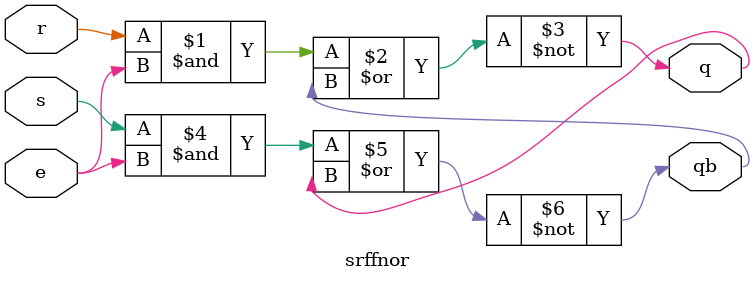
<source format=v>
`timescale 1ns / 1ps

module srffnor(
  input e,  
  input r,  
  input s,  
  output q, 
  output qb
);

assign q  = ~((r&e)|qb);
assign qb = ~((s&e)|q);

endmodule
</source>
